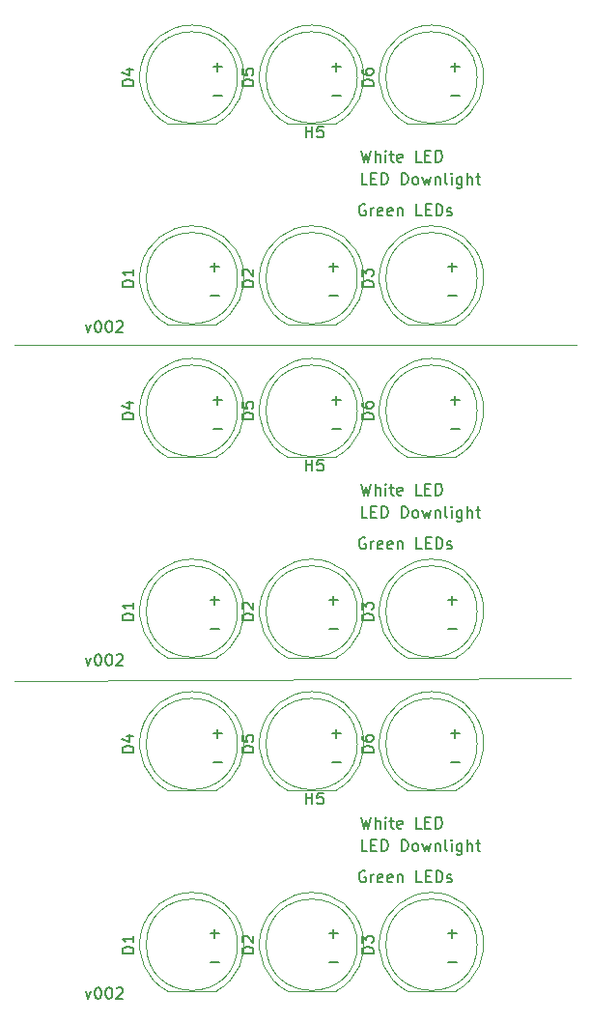
<source format=gbr>
G04 #@! TF.GenerationSoftware,KiCad,Pcbnew,(5.1.5-0-10_14)*
G04 #@! TF.CreationDate,2020-07-20T14:45:55+10:00*
G04 #@! TF.ProjectId,LED_Down_Multi,4c45445f-446f-4776-9e5f-4d756c74692e,rev?*
G04 #@! TF.SameCoordinates,Original*
G04 #@! TF.FileFunction,Legend,Top*
G04 #@! TF.FilePolarity,Positive*
%FSLAX46Y46*%
G04 Gerber Fmt 4.6, Leading zero omitted, Abs format (unit mm)*
G04 Created by KiCad (PCBNEW (5.1.5-0-10_14)) date 2020-07-20 14:45:55*
%MOMM*%
%LPD*%
G04 APERTURE LIST*
%ADD10C,0.120000*%
%ADD11C,0.150000*%
G04 APERTURE END LIST*
D10*
X216408000Y-103378000D02*
X167640000Y-103632000D01*
X216916000Y-74168000D02*
X167640000Y-74168000D01*
D11*
X198557142Y-118562380D02*
X198080952Y-118562380D01*
X198080952Y-117562380D01*
X198890476Y-118038571D02*
X199223809Y-118038571D01*
X199366666Y-118562380D02*
X198890476Y-118562380D01*
X198890476Y-117562380D01*
X199366666Y-117562380D01*
X199795238Y-118562380D02*
X199795238Y-117562380D01*
X200033333Y-117562380D01*
X200176190Y-117610000D01*
X200271428Y-117705238D01*
X200319047Y-117800476D01*
X200366666Y-117990952D01*
X200366666Y-118133809D01*
X200319047Y-118324285D01*
X200271428Y-118419523D01*
X200176190Y-118514761D01*
X200033333Y-118562380D01*
X199795238Y-118562380D01*
X201557142Y-118562380D02*
X201557142Y-117562380D01*
X201795238Y-117562380D01*
X201938095Y-117610000D01*
X202033333Y-117705238D01*
X202080952Y-117800476D01*
X202128571Y-117990952D01*
X202128571Y-118133809D01*
X202080952Y-118324285D01*
X202033333Y-118419523D01*
X201938095Y-118514761D01*
X201795238Y-118562380D01*
X201557142Y-118562380D01*
X202700000Y-118562380D02*
X202604761Y-118514761D01*
X202557142Y-118467142D01*
X202509523Y-118371904D01*
X202509523Y-118086190D01*
X202557142Y-117990952D01*
X202604761Y-117943333D01*
X202700000Y-117895714D01*
X202842857Y-117895714D01*
X202938095Y-117943333D01*
X202985714Y-117990952D01*
X203033333Y-118086190D01*
X203033333Y-118371904D01*
X202985714Y-118467142D01*
X202938095Y-118514761D01*
X202842857Y-118562380D01*
X202700000Y-118562380D01*
X203366666Y-117895714D02*
X203557142Y-118562380D01*
X203747619Y-118086190D01*
X203938095Y-118562380D01*
X204128571Y-117895714D01*
X204509523Y-117895714D02*
X204509523Y-118562380D01*
X204509523Y-117990952D02*
X204557142Y-117943333D01*
X204652380Y-117895714D01*
X204795238Y-117895714D01*
X204890476Y-117943333D01*
X204938095Y-118038571D01*
X204938095Y-118562380D01*
X205557142Y-118562380D02*
X205461904Y-118514761D01*
X205414285Y-118419523D01*
X205414285Y-117562380D01*
X205938095Y-118562380D02*
X205938095Y-117895714D01*
X205938095Y-117562380D02*
X205890476Y-117610000D01*
X205938095Y-117657619D01*
X205985714Y-117610000D01*
X205938095Y-117562380D01*
X205938095Y-117657619D01*
X206842857Y-117895714D02*
X206842857Y-118705238D01*
X206795238Y-118800476D01*
X206747619Y-118848095D01*
X206652380Y-118895714D01*
X206509523Y-118895714D01*
X206414285Y-118848095D01*
X206842857Y-118514761D02*
X206747619Y-118562380D01*
X206557142Y-118562380D01*
X206461904Y-118514761D01*
X206414285Y-118467142D01*
X206366666Y-118371904D01*
X206366666Y-118086190D01*
X206414285Y-117990952D01*
X206461904Y-117943333D01*
X206557142Y-117895714D01*
X206747619Y-117895714D01*
X206842857Y-117943333D01*
X207319047Y-118562380D02*
X207319047Y-117562380D01*
X207747619Y-118562380D02*
X207747619Y-118038571D01*
X207700000Y-117943333D01*
X207604761Y-117895714D01*
X207461904Y-117895714D01*
X207366666Y-117943333D01*
X207319047Y-117990952D01*
X208080952Y-117895714D02*
X208461904Y-117895714D01*
X208223809Y-117562380D02*
X208223809Y-118419523D01*
X208271428Y-118514761D01*
X208366666Y-118562380D01*
X208461904Y-118562380D01*
X205867047Y-110815428D02*
X206628952Y-110815428D01*
X205867047Y-108275428D02*
X206628952Y-108275428D01*
X206248000Y-108656380D02*
X206248000Y-107894476D01*
X184785047Y-128341428D02*
X185546952Y-128341428D01*
X195199047Y-128341428D02*
X195960952Y-128341428D01*
X184785047Y-125801428D02*
X185546952Y-125801428D01*
X185166000Y-126182380D02*
X185166000Y-125420476D01*
X195199047Y-125801428D02*
X195960952Y-125801428D01*
X195580000Y-126182380D02*
X195580000Y-125420476D01*
X195453047Y-110815428D02*
X196214952Y-110815428D01*
X185039047Y-108275428D02*
X185800952Y-108275428D01*
X185420000Y-108656380D02*
X185420000Y-107894476D01*
X173847333Y-130849714D02*
X174085428Y-131516380D01*
X174323523Y-130849714D01*
X174894952Y-130516380D02*
X174990190Y-130516380D01*
X175085428Y-130564000D01*
X175133047Y-130611619D01*
X175180666Y-130706857D01*
X175228285Y-130897333D01*
X175228285Y-131135428D01*
X175180666Y-131325904D01*
X175133047Y-131421142D01*
X175085428Y-131468761D01*
X174990190Y-131516380D01*
X174894952Y-131516380D01*
X174799714Y-131468761D01*
X174752095Y-131421142D01*
X174704476Y-131325904D01*
X174656857Y-131135428D01*
X174656857Y-130897333D01*
X174704476Y-130706857D01*
X174752095Y-130611619D01*
X174799714Y-130564000D01*
X174894952Y-130516380D01*
X175847333Y-130516380D02*
X175942571Y-130516380D01*
X176037809Y-130564000D01*
X176085428Y-130611619D01*
X176133047Y-130706857D01*
X176180666Y-130897333D01*
X176180666Y-131135428D01*
X176133047Y-131325904D01*
X176085428Y-131421142D01*
X176037809Y-131468761D01*
X175942571Y-131516380D01*
X175847333Y-131516380D01*
X175752095Y-131468761D01*
X175704476Y-131421142D01*
X175656857Y-131325904D01*
X175609238Y-131135428D01*
X175609238Y-130897333D01*
X175656857Y-130706857D01*
X175704476Y-130611619D01*
X175752095Y-130564000D01*
X175847333Y-130516380D01*
X176561619Y-130611619D02*
X176609238Y-130564000D01*
X176704476Y-130516380D01*
X176942571Y-130516380D01*
X177037809Y-130564000D01*
X177085428Y-130611619D01*
X177133047Y-130706857D01*
X177133047Y-130802095D01*
X177085428Y-130944952D01*
X176514000Y-131516380D01*
X177133047Y-131516380D01*
X195453047Y-108275428D02*
X196214952Y-108275428D01*
X195834000Y-108656380D02*
X195834000Y-107894476D01*
X198390000Y-120350000D02*
X198294761Y-120302380D01*
X198151904Y-120302380D01*
X198009047Y-120350000D01*
X197913809Y-120445238D01*
X197866190Y-120540476D01*
X197818571Y-120730952D01*
X197818571Y-120873809D01*
X197866190Y-121064285D01*
X197913809Y-121159523D01*
X198009047Y-121254761D01*
X198151904Y-121302380D01*
X198247142Y-121302380D01*
X198390000Y-121254761D01*
X198437619Y-121207142D01*
X198437619Y-120873809D01*
X198247142Y-120873809D01*
X198866190Y-121302380D02*
X198866190Y-120635714D01*
X198866190Y-120826190D02*
X198913809Y-120730952D01*
X198961428Y-120683333D01*
X199056666Y-120635714D01*
X199151904Y-120635714D01*
X199866190Y-121254761D02*
X199770952Y-121302380D01*
X199580476Y-121302380D01*
X199485238Y-121254761D01*
X199437619Y-121159523D01*
X199437619Y-120778571D01*
X199485238Y-120683333D01*
X199580476Y-120635714D01*
X199770952Y-120635714D01*
X199866190Y-120683333D01*
X199913809Y-120778571D01*
X199913809Y-120873809D01*
X199437619Y-120969047D01*
X200723333Y-121254761D02*
X200628095Y-121302380D01*
X200437619Y-121302380D01*
X200342380Y-121254761D01*
X200294761Y-121159523D01*
X200294761Y-120778571D01*
X200342380Y-120683333D01*
X200437619Y-120635714D01*
X200628095Y-120635714D01*
X200723333Y-120683333D01*
X200770952Y-120778571D01*
X200770952Y-120873809D01*
X200294761Y-120969047D01*
X201199523Y-120635714D02*
X201199523Y-121302380D01*
X201199523Y-120730952D02*
X201247142Y-120683333D01*
X201342380Y-120635714D01*
X201485238Y-120635714D01*
X201580476Y-120683333D01*
X201628095Y-120778571D01*
X201628095Y-121302380D01*
X203342380Y-121302380D02*
X202866190Y-121302380D01*
X202866190Y-120302380D01*
X203675714Y-120778571D02*
X204009047Y-120778571D01*
X204151904Y-121302380D02*
X203675714Y-121302380D01*
X203675714Y-120302380D01*
X204151904Y-120302380D01*
X204580476Y-121302380D02*
X204580476Y-120302380D01*
X204818571Y-120302380D01*
X204961428Y-120350000D01*
X205056666Y-120445238D01*
X205104285Y-120540476D01*
X205151904Y-120730952D01*
X205151904Y-120873809D01*
X205104285Y-121064285D01*
X205056666Y-121159523D01*
X204961428Y-121254761D01*
X204818571Y-121302380D01*
X204580476Y-121302380D01*
X205532857Y-121254761D02*
X205628095Y-121302380D01*
X205818571Y-121302380D01*
X205913809Y-121254761D01*
X205961428Y-121159523D01*
X205961428Y-121111904D01*
X205913809Y-121016666D01*
X205818571Y-120969047D01*
X205675714Y-120969047D01*
X205580476Y-120921428D01*
X205532857Y-120826190D01*
X205532857Y-120778571D01*
X205580476Y-120683333D01*
X205675714Y-120635714D01*
X205818571Y-120635714D01*
X205913809Y-120683333D01*
X185039047Y-110815428D02*
X185800952Y-110815428D01*
X198018571Y-115592380D02*
X198256666Y-116592380D01*
X198447142Y-115878095D01*
X198637619Y-116592380D01*
X198875714Y-115592380D01*
X199256666Y-116592380D02*
X199256666Y-115592380D01*
X199685238Y-116592380D02*
X199685238Y-116068571D01*
X199637619Y-115973333D01*
X199542380Y-115925714D01*
X199399523Y-115925714D01*
X199304285Y-115973333D01*
X199256666Y-116020952D01*
X200161428Y-116592380D02*
X200161428Y-115925714D01*
X200161428Y-115592380D02*
X200113809Y-115640000D01*
X200161428Y-115687619D01*
X200209047Y-115640000D01*
X200161428Y-115592380D01*
X200161428Y-115687619D01*
X200494761Y-115925714D02*
X200875714Y-115925714D01*
X200637619Y-115592380D02*
X200637619Y-116449523D01*
X200685238Y-116544761D01*
X200780476Y-116592380D01*
X200875714Y-116592380D01*
X201590000Y-116544761D02*
X201494761Y-116592380D01*
X201304285Y-116592380D01*
X201209047Y-116544761D01*
X201161428Y-116449523D01*
X201161428Y-116068571D01*
X201209047Y-115973333D01*
X201304285Y-115925714D01*
X201494761Y-115925714D01*
X201590000Y-115973333D01*
X201637619Y-116068571D01*
X201637619Y-116163809D01*
X201161428Y-116259047D01*
X203304285Y-116592380D02*
X202828095Y-116592380D01*
X202828095Y-115592380D01*
X203637619Y-116068571D02*
X203970952Y-116068571D01*
X204113809Y-116592380D02*
X203637619Y-116592380D01*
X203637619Y-115592380D01*
X204113809Y-115592380D01*
X204542380Y-116592380D02*
X204542380Y-115592380D01*
X204780476Y-115592380D01*
X204923333Y-115640000D01*
X205018571Y-115735238D01*
X205066190Y-115830476D01*
X205113809Y-116020952D01*
X205113809Y-116163809D01*
X205066190Y-116354285D01*
X205018571Y-116449523D01*
X204923333Y-116544761D01*
X204780476Y-116592380D01*
X204542380Y-116592380D01*
X205613047Y-128341428D02*
X206374952Y-128341428D01*
X205613047Y-125801428D02*
X206374952Y-125801428D01*
X205994000Y-126182380D02*
X205994000Y-125420476D01*
X198018571Y-86382380D02*
X198256666Y-87382380D01*
X198447142Y-86668095D01*
X198637619Y-87382380D01*
X198875714Y-86382380D01*
X199256666Y-87382380D02*
X199256666Y-86382380D01*
X199685238Y-87382380D02*
X199685238Y-86858571D01*
X199637619Y-86763333D01*
X199542380Y-86715714D01*
X199399523Y-86715714D01*
X199304285Y-86763333D01*
X199256666Y-86810952D01*
X200161428Y-87382380D02*
X200161428Y-86715714D01*
X200161428Y-86382380D02*
X200113809Y-86430000D01*
X200161428Y-86477619D01*
X200209047Y-86430000D01*
X200161428Y-86382380D01*
X200161428Y-86477619D01*
X200494761Y-86715714D02*
X200875714Y-86715714D01*
X200637619Y-86382380D02*
X200637619Y-87239523D01*
X200685238Y-87334761D01*
X200780476Y-87382380D01*
X200875714Y-87382380D01*
X201590000Y-87334761D02*
X201494761Y-87382380D01*
X201304285Y-87382380D01*
X201209047Y-87334761D01*
X201161428Y-87239523D01*
X201161428Y-86858571D01*
X201209047Y-86763333D01*
X201304285Y-86715714D01*
X201494761Y-86715714D01*
X201590000Y-86763333D01*
X201637619Y-86858571D01*
X201637619Y-86953809D01*
X201161428Y-87049047D01*
X203304285Y-87382380D02*
X202828095Y-87382380D01*
X202828095Y-86382380D01*
X203637619Y-86858571D02*
X203970952Y-86858571D01*
X204113809Y-87382380D02*
X203637619Y-87382380D01*
X203637619Y-86382380D01*
X204113809Y-86382380D01*
X204542380Y-87382380D02*
X204542380Y-86382380D01*
X204780476Y-86382380D01*
X204923333Y-86430000D01*
X205018571Y-86525238D01*
X205066190Y-86620476D01*
X205113809Y-86810952D01*
X205113809Y-86953809D01*
X205066190Y-87144285D01*
X205018571Y-87239523D01*
X204923333Y-87334761D01*
X204780476Y-87382380D01*
X204542380Y-87382380D01*
X198390000Y-91140000D02*
X198294761Y-91092380D01*
X198151904Y-91092380D01*
X198009047Y-91140000D01*
X197913809Y-91235238D01*
X197866190Y-91330476D01*
X197818571Y-91520952D01*
X197818571Y-91663809D01*
X197866190Y-91854285D01*
X197913809Y-91949523D01*
X198009047Y-92044761D01*
X198151904Y-92092380D01*
X198247142Y-92092380D01*
X198390000Y-92044761D01*
X198437619Y-91997142D01*
X198437619Y-91663809D01*
X198247142Y-91663809D01*
X198866190Y-92092380D02*
X198866190Y-91425714D01*
X198866190Y-91616190D02*
X198913809Y-91520952D01*
X198961428Y-91473333D01*
X199056666Y-91425714D01*
X199151904Y-91425714D01*
X199866190Y-92044761D02*
X199770952Y-92092380D01*
X199580476Y-92092380D01*
X199485238Y-92044761D01*
X199437619Y-91949523D01*
X199437619Y-91568571D01*
X199485238Y-91473333D01*
X199580476Y-91425714D01*
X199770952Y-91425714D01*
X199866190Y-91473333D01*
X199913809Y-91568571D01*
X199913809Y-91663809D01*
X199437619Y-91759047D01*
X200723333Y-92044761D02*
X200628095Y-92092380D01*
X200437619Y-92092380D01*
X200342380Y-92044761D01*
X200294761Y-91949523D01*
X200294761Y-91568571D01*
X200342380Y-91473333D01*
X200437619Y-91425714D01*
X200628095Y-91425714D01*
X200723333Y-91473333D01*
X200770952Y-91568571D01*
X200770952Y-91663809D01*
X200294761Y-91759047D01*
X201199523Y-91425714D02*
X201199523Y-92092380D01*
X201199523Y-91520952D02*
X201247142Y-91473333D01*
X201342380Y-91425714D01*
X201485238Y-91425714D01*
X201580476Y-91473333D01*
X201628095Y-91568571D01*
X201628095Y-92092380D01*
X203342380Y-92092380D02*
X202866190Y-92092380D01*
X202866190Y-91092380D01*
X203675714Y-91568571D02*
X204009047Y-91568571D01*
X204151904Y-92092380D02*
X203675714Y-92092380D01*
X203675714Y-91092380D01*
X204151904Y-91092380D01*
X204580476Y-92092380D02*
X204580476Y-91092380D01*
X204818571Y-91092380D01*
X204961428Y-91140000D01*
X205056666Y-91235238D01*
X205104285Y-91330476D01*
X205151904Y-91520952D01*
X205151904Y-91663809D01*
X205104285Y-91854285D01*
X205056666Y-91949523D01*
X204961428Y-92044761D01*
X204818571Y-92092380D01*
X204580476Y-92092380D01*
X205532857Y-92044761D02*
X205628095Y-92092380D01*
X205818571Y-92092380D01*
X205913809Y-92044761D01*
X205961428Y-91949523D01*
X205961428Y-91901904D01*
X205913809Y-91806666D01*
X205818571Y-91759047D01*
X205675714Y-91759047D01*
X205580476Y-91711428D01*
X205532857Y-91616190D01*
X205532857Y-91568571D01*
X205580476Y-91473333D01*
X205675714Y-91425714D01*
X205818571Y-91425714D01*
X205913809Y-91473333D01*
X173847333Y-101639714D02*
X174085428Y-102306380D01*
X174323523Y-101639714D01*
X174894952Y-101306380D02*
X174990190Y-101306380D01*
X175085428Y-101354000D01*
X175133047Y-101401619D01*
X175180666Y-101496857D01*
X175228285Y-101687333D01*
X175228285Y-101925428D01*
X175180666Y-102115904D01*
X175133047Y-102211142D01*
X175085428Y-102258761D01*
X174990190Y-102306380D01*
X174894952Y-102306380D01*
X174799714Y-102258761D01*
X174752095Y-102211142D01*
X174704476Y-102115904D01*
X174656857Y-101925428D01*
X174656857Y-101687333D01*
X174704476Y-101496857D01*
X174752095Y-101401619D01*
X174799714Y-101354000D01*
X174894952Y-101306380D01*
X175847333Y-101306380D02*
X175942571Y-101306380D01*
X176037809Y-101354000D01*
X176085428Y-101401619D01*
X176133047Y-101496857D01*
X176180666Y-101687333D01*
X176180666Y-101925428D01*
X176133047Y-102115904D01*
X176085428Y-102211142D01*
X176037809Y-102258761D01*
X175942571Y-102306380D01*
X175847333Y-102306380D01*
X175752095Y-102258761D01*
X175704476Y-102211142D01*
X175656857Y-102115904D01*
X175609238Y-101925428D01*
X175609238Y-101687333D01*
X175656857Y-101496857D01*
X175704476Y-101401619D01*
X175752095Y-101354000D01*
X175847333Y-101306380D01*
X176561619Y-101401619D02*
X176609238Y-101354000D01*
X176704476Y-101306380D01*
X176942571Y-101306380D01*
X177037809Y-101354000D01*
X177085428Y-101401619D01*
X177133047Y-101496857D01*
X177133047Y-101592095D01*
X177085428Y-101734952D01*
X176514000Y-102306380D01*
X177133047Y-102306380D01*
X198557142Y-89352380D02*
X198080952Y-89352380D01*
X198080952Y-88352380D01*
X198890476Y-88828571D02*
X199223809Y-88828571D01*
X199366666Y-89352380D02*
X198890476Y-89352380D01*
X198890476Y-88352380D01*
X199366666Y-88352380D01*
X199795238Y-89352380D02*
X199795238Y-88352380D01*
X200033333Y-88352380D01*
X200176190Y-88400000D01*
X200271428Y-88495238D01*
X200319047Y-88590476D01*
X200366666Y-88780952D01*
X200366666Y-88923809D01*
X200319047Y-89114285D01*
X200271428Y-89209523D01*
X200176190Y-89304761D01*
X200033333Y-89352380D01*
X199795238Y-89352380D01*
X201557142Y-89352380D02*
X201557142Y-88352380D01*
X201795238Y-88352380D01*
X201938095Y-88400000D01*
X202033333Y-88495238D01*
X202080952Y-88590476D01*
X202128571Y-88780952D01*
X202128571Y-88923809D01*
X202080952Y-89114285D01*
X202033333Y-89209523D01*
X201938095Y-89304761D01*
X201795238Y-89352380D01*
X201557142Y-89352380D01*
X202700000Y-89352380D02*
X202604761Y-89304761D01*
X202557142Y-89257142D01*
X202509523Y-89161904D01*
X202509523Y-88876190D01*
X202557142Y-88780952D01*
X202604761Y-88733333D01*
X202700000Y-88685714D01*
X202842857Y-88685714D01*
X202938095Y-88733333D01*
X202985714Y-88780952D01*
X203033333Y-88876190D01*
X203033333Y-89161904D01*
X202985714Y-89257142D01*
X202938095Y-89304761D01*
X202842857Y-89352380D01*
X202700000Y-89352380D01*
X203366666Y-88685714D02*
X203557142Y-89352380D01*
X203747619Y-88876190D01*
X203938095Y-89352380D01*
X204128571Y-88685714D01*
X204509523Y-88685714D02*
X204509523Y-89352380D01*
X204509523Y-88780952D02*
X204557142Y-88733333D01*
X204652380Y-88685714D01*
X204795238Y-88685714D01*
X204890476Y-88733333D01*
X204938095Y-88828571D01*
X204938095Y-89352380D01*
X205557142Y-89352380D02*
X205461904Y-89304761D01*
X205414285Y-89209523D01*
X205414285Y-88352380D01*
X205938095Y-89352380D02*
X205938095Y-88685714D01*
X205938095Y-88352380D02*
X205890476Y-88400000D01*
X205938095Y-88447619D01*
X205985714Y-88400000D01*
X205938095Y-88352380D01*
X205938095Y-88447619D01*
X206842857Y-88685714D02*
X206842857Y-89495238D01*
X206795238Y-89590476D01*
X206747619Y-89638095D01*
X206652380Y-89685714D01*
X206509523Y-89685714D01*
X206414285Y-89638095D01*
X206842857Y-89304761D02*
X206747619Y-89352380D01*
X206557142Y-89352380D01*
X206461904Y-89304761D01*
X206414285Y-89257142D01*
X206366666Y-89161904D01*
X206366666Y-88876190D01*
X206414285Y-88780952D01*
X206461904Y-88733333D01*
X206557142Y-88685714D01*
X206747619Y-88685714D01*
X206842857Y-88733333D01*
X207319047Y-89352380D02*
X207319047Y-88352380D01*
X207747619Y-89352380D02*
X207747619Y-88828571D01*
X207700000Y-88733333D01*
X207604761Y-88685714D01*
X207461904Y-88685714D01*
X207366666Y-88733333D01*
X207319047Y-88780952D01*
X208080952Y-88685714D02*
X208461904Y-88685714D01*
X208223809Y-88352380D02*
X208223809Y-89209523D01*
X208271428Y-89304761D01*
X208366666Y-89352380D01*
X208461904Y-89352380D01*
X205867047Y-79065428D02*
X206628952Y-79065428D01*
X206248000Y-79446380D02*
X206248000Y-78684476D01*
X205867047Y-81605428D02*
X206628952Y-81605428D01*
X195453047Y-81605428D02*
X196214952Y-81605428D01*
X195453047Y-79065428D02*
X196214952Y-79065428D01*
X195834000Y-79446380D02*
X195834000Y-78684476D01*
X185039047Y-81605428D02*
X185800952Y-81605428D01*
X185039047Y-79065428D02*
X185800952Y-79065428D01*
X185420000Y-79446380D02*
X185420000Y-78684476D01*
X184785047Y-96591428D02*
X185546952Y-96591428D01*
X185166000Y-96972380D02*
X185166000Y-96210476D01*
X184785047Y-99131428D02*
X185546952Y-99131428D01*
X195199047Y-99131428D02*
X195960952Y-99131428D01*
X195199047Y-96591428D02*
X195960952Y-96591428D01*
X195580000Y-96972380D02*
X195580000Y-96210476D01*
X205613047Y-96591428D02*
X206374952Y-96591428D01*
X205994000Y-96972380D02*
X205994000Y-96210476D01*
X205613047Y-99131428D02*
X206374952Y-99131428D01*
X205613047Y-69921428D02*
X206374952Y-69921428D01*
X205613047Y-67381428D02*
X206374952Y-67381428D01*
X205994000Y-67762380D02*
X205994000Y-67000476D01*
X195199047Y-67381428D02*
X195960952Y-67381428D01*
X195580000Y-67762380D02*
X195580000Y-67000476D01*
X195199047Y-69921428D02*
X195960952Y-69921428D01*
X184785047Y-69921428D02*
X185546952Y-69921428D01*
X184785047Y-67381428D02*
X185546952Y-67381428D01*
X185166000Y-67762380D02*
X185166000Y-67000476D01*
X185039047Y-49855428D02*
X185800952Y-49855428D01*
X185420000Y-50236380D02*
X185420000Y-49474476D01*
X185039047Y-52395428D02*
X185800952Y-52395428D01*
X195453047Y-49855428D02*
X196214952Y-49855428D01*
X195834000Y-50236380D02*
X195834000Y-49474476D01*
X195453047Y-52395428D02*
X196214952Y-52395428D01*
X205867047Y-52395428D02*
X206628952Y-52395428D01*
X205867047Y-49855428D02*
X206628952Y-49855428D01*
X206248000Y-50236380D02*
X206248000Y-49474476D01*
X198557142Y-60142380D02*
X198080952Y-60142380D01*
X198080952Y-59142380D01*
X198890476Y-59618571D02*
X199223809Y-59618571D01*
X199366666Y-60142380D02*
X198890476Y-60142380D01*
X198890476Y-59142380D01*
X199366666Y-59142380D01*
X199795238Y-60142380D02*
X199795238Y-59142380D01*
X200033333Y-59142380D01*
X200176190Y-59190000D01*
X200271428Y-59285238D01*
X200319047Y-59380476D01*
X200366666Y-59570952D01*
X200366666Y-59713809D01*
X200319047Y-59904285D01*
X200271428Y-59999523D01*
X200176190Y-60094761D01*
X200033333Y-60142380D01*
X199795238Y-60142380D01*
X201557142Y-60142380D02*
X201557142Y-59142380D01*
X201795238Y-59142380D01*
X201938095Y-59190000D01*
X202033333Y-59285238D01*
X202080952Y-59380476D01*
X202128571Y-59570952D01*
X202128571Y-59713809D01*
X202080952Y-59904285D01*
X202033333Y-59999523D01*
X201938095Y-60094761D01*
X201795238Y-60142380D01*
X201557142Y-60142380D01*
X202700000Y-60142380D02*
X202604761Y-60094761D01*
X202557142Y-60047142D01*
X202509523Y-59951904D01*
X202509523Y-59666190D01*
X202557142Y-59570952D01*
X202604761Y-59523333D01*
X202700000Y-59475714D01*
X202842857Y-59475714D01*
X202938095Y-59523333D01*
X202985714Y-59570952D01*
X203033333Y-59666190D01*
X203033333Y-59951904D01*
X202985714Y-60047142D01*
X202938095Y-60094761D01*
X202842857Y-60142380D01*
X202700000Y-60142380D01*
X203366666Y-59475714D02*
X203557142Y-60142380D01*
X203747619Y-59666190D01*
X203938095Y-60142380D01*
X204128571Y-59475714D01*
X204509523Y-59475714D02*
X204509523Y-60142380D01*
X204509523Y-59570952D02*
X204557142Y-59523333D01*
X204652380Y-59475714D01*
X204795238Y-59475714D01*
X204890476Y-59523333D01*
X204938095Y-59618571D01*
X204938095Y-60142380D01*
X205557142Y-60142380D02*
X205461904Y-60094761D01*
X205414285Y-59999523D01*
X205414285Y-59142380D01*
X205938095Y-60142380D02*
X205938095Y-59475714D01*
X205938095Y-59142380D02*
X205890476Y-59190000D01*
X205938095Y-59237619D01*
X205985714Y-59190000D01*
X205938095Y-59142380D01*
X205938095Y-59237619D01*
X206842857Y-59475714D02*
X206842857Y-60285238D01*
X206795238Y-60380476D01*
X206747619Y-60428095D01*
X206652380Y-60475714D01*
X206509523Y-60475714D01*
X206414285Y-60428095D01*
X206842857Y-60094761D02*
X206747619Y-60142380D01*
X206557142Y-60142380D01*
X206461904Y-60094761D01*
X206414285Y-60047142D01*
X206366666Y-59951904D01*
X206366666Y-59666190D01*
X206414285Y-59570952D01*
X206461904Y-59523333D01*
X206557142Y-59475714D01*
X206747619Y-59475714D01*
X206842857Y-59523333D01*
X207319047Y-60142380D02*
X207319047Y-59142380D01*
X207747619Y-60142380D02*
X207747619Y-59618571D01*
X207700000Y-59523333D01*
X207604761Y-59475714D01*
X207461904Y-59475714D01*
X207366666Y-59523333D01*
X207319047Y-59570952D01*
X208080952Y-59475714D02*
X208461904Y-59475714D01*
X208223809Y-59142380D02*
X208223809Y-59999523D01*
X208271428Y-60094761D01*
X208366666Y-60142380D01*
X208461904Y-60142380D01*
X173847333Y-72429714D02*
X174085428Y-73096380D01*
X174323523Y-72429714D01*
X174894952Y-72096380D02*
X174990190Y-72096380D01*
X175085428Y-72144000D01*
X175133047Y-72191619D01*
X175180666Y-72286857D01*
X175228285Y-72477333D01*
X175228285Y-72715428D01*
X175180666Y-72905904D01*
X175133047Y-73001142D01*
X175085428Y-73048761D01*
X174990190Y-73096380D01*
X174894952Y-73096380D01*
X174799714Y-73048761D01*
X174752095Y-73001142D01*
X174704476Y-72905904D01*
X174656857Y-72715428D01*
X174656857Y-72477333D01*
X174704476Y-72286857D01*
X174752095Y-72191619D01*
X174799714Y-72144000D01*
X174894952Y-72096380D01*
X175847333Y-72096380D02*
X175942571Y-72096380D01*
X176037809Y-72144000D01*
X176085428Y-72191619D01*
X176133047Y-72286857D01*
X176180666Y-72477333D01*
X176180666Y-72715428D01*
X176133047Y-72905904D01*
X176085428Y-73001142D01*
X176037809Y-73048761D01*
X175942571Y-73096380D01*
X175847333Y-73096380D01*
X175752095Y-73048761D01*
X175704476Y-73001142D01*
X175656857Y-72905904D01*
X175609238Y-72715428D01*
X175609238Y-72477333D01*
X175656857Y-72286857D01*
X175704476Y-72191619D01*
X175752095Y-72144000D01*
X175847333Y-72096380D01*
X176561619Y-72191619D02*
X176609238Y-72144000D01*
X176704476Y-72096380D01*
X176942571Y-72096380D01*
X177037809Y-72144000D01*
X177085428Y-72191619D01*
X177133047Y-72286857D01*
X177133047Y-72382095D01*
X177085428Y-72524952D01*
X176514000Y-73096380D01*
X177133047Y-73096380D01*
X198390000Y-61930000D02*
X198294761Y-61882380D01*
X198151904Y-61882380D01*
X198009047Y-61930000D01*
X197913809Y-62025238D01*
X197866190Y-62120476D01*
X197818571Y-62310952D01*
X197818571Y-62453809D01*
X197866190Y-62644285D01*
X197913809Y-62739523D01*
X198009047Y-62834761D01*
X198151904Y-62882380D01*
X198247142Y-62882380D01*
X198390000Y-62834761D01*
X198437619Y-62787142D01*
X198437619Y-62453809D01*
X198247142Y-62453809D01*
X198866190Y-62882380D02*
X198866190Y-62215714D01*
X198866190Y-62406190D02*
X198913809Y-62310952D01*
X198961428Y-62263333D01*
X199056666Y-62215714D01*
X199151904Y-62215714D01*
X199866190Y-62834761D02*
X199770952Y-62882380D01*
X199580476Y-62882380D01*
X199485238Y-62834761D01*
X199437619Y-62739523D01*
X199437619Y-62358571D01*
X199485238Y-62263333D01*
X199580476Y-62215714D01*
X199770952Y-62215714D01*
X199866190Y-62263333D01*
X199913809Y-62358571D01*
X199913809Y-62453809D01*
X199437619Y-62549047D01*
X200723333Y-62834761D02*
X200628095Y-62882380D01*
X200437619Y-62882380D01*
X200342380Y-62834761D01*
X200294761Y-62739523D01*
X200294761Y-62358571D01*
X200342380Y-62263333D01*
X200437619Y-62215714D01*
X200628095Y-62215714D01*
X200723333Y-62263333D01*
X200770952Y-62358571D01*
X200770952Y-62453809D01*
X200294761Y-62549047D01*
X201199523Y-62215714D02*
X201199523Y-62882380D01*
X201199523Y-62310952D02*
X201247142Y-62263333D01*
X201342380Y-62215714D01*
X201485238Y-62215714D01*
X201580476Y-62263333D01*
X201628095Y-62358571D01*
X201628095Y-62882380D01*
X203342380Y-62882380D02*
X202866190Y-62882380D01*
X202866190Y-61882380D01*
X203675714Y-62358571D02*
X204009047Y-62358571D01*
X204151904Y-62882380D02*
X203675714Y-62882380D01*
X203675714Y-61882380D01*
X204151904Y-61882380D01*
X204580476Y-62882380D02*
X204580476Y-61882380D01*
X204818571Y-61882380D01*
X204961428Y-61930000D01*
X205056666Y-62025238D01*
X205104285Y-62120476D01*
X205151904Y-62310952D01*
X205151904Y-62453809D01*
X205104285Y-62644285D01*
X205056666Y-62739523D01*
X204961428Y-62834761D01*
X204818571Y-62882380D01*
X204580476Y-62882380D01*
X205532857Y-62834761D02*
X205628095Y-62882380D01*
X205818571Y-62882380D01*
X205913809Y-62834761D01*
X205961428Y-62739523D01*
X205961428Y-62691904D01*
X205913809Y-62596666D01*
X205818571Y-62549047D01*
X205675714Y-62549047D01*
X205580476Y-62501428D01*
X205532857Y-62406190D01*
X205532857Y-62358571D01*
X205580476Y-62263333D01*
X205675714Y-62215714D01*
X205818571Y-62215714D01*
X205913809Y-62263333D01*
X198018571Y-57172380D02*
X198256666Y-58172380D01*
X198447142Y-57458095D01*
X198637619Y-58172380D01*
X198875714Y-57172380D01*
X199256666Y-58172380D02*
X199256666Y-57172380D01*
X199685238Y-58172380D02*
X199685238Y-57648571D01*
X199637619Y-57553333D01*
X199542380Y-57505714D01*
X199399523Y-57505714D01*
X199304285Y-57553333D01*
X199256666Y-57600952D01*
X200161428Y-58172380D02*
X200161428Y-57505714D01*
X200161428Y-57172380D02*
X200113809Y-57220000D01*
X200161428Y-57267619D01*
X200209047Y-57220000D01*
X200161428Y-57172380D01*
X200161428Y-57267619D01*
X200494761Y-57505714D02*
X200875714Y-57505714D01*
X200637619Y-57172380D02*
X200637619Y-58029523D01*
X200685238Y-58124761D01*
X200780476Y-58172380D01*
X200875714Y-58172380D01*
X201590000Y-58124761D02*
X201494761Y-58172380D01*
X201304285Y-58172380D01*
X201209047Y-58124761D01*
X201161428Y-58029523D01*
X201161428Y-57648571D01*
X201209047Y-57553333D01*
X201304285Y-57505714D01*
X201494761Y-57505714D01*
X201590000Y-57553333D01*
X201637619Y-57648571D01*
X201637619Y-57743809D01*
X201161428Y-57839047D01*
X203304285Y-58172380D02*
X202828095Y-58172380D01*
X202828095Y-57172380D01*
X203637619Y-57648571D02*
X203970952Y-57648571D01*
X204113809Y-58172380D02*
X203637619Y-58172380D01*
X203637619Y-57172380D01*
X204113809Y-57172380D01*
X204542380Y-58172380D02*
X204542380Y-57172380D01*
X204780476Y-57172380D01*
X204923333Y-57220000D01*
X205018571Y-57315238D01*
X205066190Y-57410476D01*
X205113809Y-57600952D01*
X205113809Y-57743809D01*
X205066190Y-57934285D01*
X205018571Y-58029523D01*
X204923333Y-58124761D01*
X204780476Y-58172380D01*
X204542380Y-58172380D01*
D10*
X181028000Y-113246000D02*
X185312000Y-113246000D01*
X187170000Y-109186000D02*
G75*
G03X187170000Y-109186000I-4000000J0D01*
G01*
X183169514Y-104596000D02*
G75*
G02X185311145Y-113246000I486J-4590000D01*
G01*
X183170486Y-104596000D02*
G75*
G03X181028855Y-113246000I-486J-4590000D01*
G01*
X191533000Y-113246000D02*
X195817000Y-113246000D01*
X197675000Y-109186000D02*
G75*
G03X197675000Y-109186000I-4000000J0D01*
G01*
X193674514Y-104596000D02*
G75*
G02X195816145Y-113246000I486J-4590000D01*
G01*
X193675486Y-104596000D02*
G75*
G03X191533855Y-113246000I-486J-4590000D01*
G01*
X181028000Y-130846000D02*
X185312000Y-130846000D01*
X187170000Y-126786000D02*
G75*
G03X187170000Y-126786000I-4000000J0D01*
G01*
X183169514Y-122196000D02*
G75*
G02X185311145Y-130846000I486J-4590000D01*
G01*
X183170486Y-122196000D02*
G75*
G03X181028855Y-130846000I-486J-4590000D01*
G01*
X191533000Y-130846000D02*
X195817000Y-130846000D01*
X197675000Y-126786000D02*
G75*
G03X197675000Y-126786000I-4000000J0D01*
G01*
X193674514Y-122196000D02*
G75*
G02X195816145Y-130846000I486J-4590000D01*
G01*
X193675486Y-122196000D02*
G75*
G03X191533855Y-130846000I-486J-4590000D01*
G01*
X202038000Y-130846000D02*
X206322000Y-130846000D01*
X208180000Y-126786000D02*
G75*
G03X208180000Y-126786000I-4000000J0D01*
G01*
X204179514Y-122196000D02*
G75*
G02X206321145Y-130846000I486J-4590000D01*
G01*
X204180486Y-122196000D02*
G75*
G03X202038855Y-130846000I-486J-4590000D01*
G01*
X202038000Y-113246000D02*
X206322000Y-113246000D01*
X208180000Y-109186000D02*
G75*
G03X208180000Y-109186000I-4000000J0D01*
G01*
X204179514Y-104596000D02*
G75*
G02X206321145Y-113246000I486J-4590000D01*
G01*
X204180486Y-104596000D02*
G75*
G03X202038855Y-113246000I-486J-4590000D01*
G01*
X183170486Y-92986000D02*
G75*
G03X181028855Y-101636000I-486J-4590000D01*
G01*
X183169514Y-92986000D02*
G75*
G02X185311145Y-101636000I486J-4590000D01*
G01*
X187170000Y-97576000D02*
G75*
G03X187170000Y-97576000I-4000000J0D01*
G01*
X181028000Y-101636000D02*
X185312000Y-101636000D01*
X193675486Y-92986000D02*
G75*
G03X191533855Y-101636000I-486J-4590000D01*
G01*
X193674514Y-92986000D02*
G75*
G02X195816145Y-101636000I486J-4590000D01*
G01*
X197675000Y-97576000D02*
G75*
G03X197675000Y-97576000I-4000000J0D01*
G01*
X191533000Y-101636000D02*
X195817000Y-101636000D01*
X204180486Y-92986000D02*
G75*
G03X202038855Y-101636000I-486J-4590000D01*
G01*
X204179514Y-92986000D02*
G75*
G02X206321145Y-101636000I486J-4590000D01*
G01*
X208180000Y-97576000D02*
G75*
G03X208180000Y-97576000I-4000000J0D01*
G01*
X202038000Y-101636000D02*
X206322000Y-101636000D01*
X183170486Y-75386000D02*
G75*
G03X181028855Y-84036000I-486J-4590000D01*
G01*
X183169514Y-75386000D02*
G75*
G02X185311145Y-84036000I486J-4590000D01*
G01*
X187170000Y-79976000D02*
G75*
G03X187170000Y-79976000I-4000000J0D01*
G01*
X181028000Y-84036000D02*
X185312000Y-84036000D01*
X193675486Y-75386000D02*
G75*
G03X191533855Y-84036000I-486J-4590000D01*
G01*
X193674514Y-75386000D02*
G75*
G02X195816145Y-84036000I486J-4590000D01*
G01*
X197675000Y-79976000D02*
G75*
G03X197675000Y-79976000I-4000000J0D01*
G01*
X191533000Y-84036000D02*
X195817000Y-84036000D01*
X204180486Y-75386000D02*
G75*
G03X202038855Y-84036000I-486J-4590000D01*
G01*
X204179514Y-75386000D02*
G75*
G02X206321145Y-84036000I486J-4590000D01*
G01*
X208180000Y-79976000D02*
G75*
G03X208180000Y-79976000I-4000000J0D01*
G01*
X202038000Y-84036000D02*
X206322000Y-84036000D01*
X202038000Y-54826000D02*
X206322000Y-54826000D01*
X208180000Y-50766000D02*
G75*
G03X208180000Y-50766000I-4000000J0D01*
G01*
X204179514Y-46176000D02*
G75*
G02X206321145Y-54826000I486J-4590000D01*
G01*
X204180486Y-46176000D02*
G75*
G03X202038855Y-54826000I-486J-4590000D01*
G01*
X191533000Y-54826000D02*
X195817000Y-54826000D01*
X197675000Y-50766000D02*
G75*
G03X197675000Y-50766000I-4000000J0D01*
G01*
X193674514Y-46176000D02*
G75*
G02X195816145Y-54826000I486J-4590000D01*
G01*
X193675486Y-46176000D02*
G75*
G03X191533855Y-54826000I-486J-4590000D01*
G01*
X181028000Y-54826000D02*
X185312000Y-54826000D01*
X187170000Y-50766000D02*
G75*
G03X187170000Y-50766000I-4000000J0D01*
G01*
X183169514Y-46176000D02*
G75*
G02X185311145Y-54826000I486J-4590000D01*
G01*
X183170486Y-46176000D02*
G75*
G03X181028855Y-54826000I-486J-4590000D01*
G01*
X202038000Y-72426000D02*
X206322000Y-72426000D01*
X208180000Y-68366000D02*
G75*
G03X208180000Y-68366000I-4000000J0D01*
G01*
X204179514Y-63776000D02*
G75*
G02X206321145Y-72426000I486J-4590000D01*
G01*
X204180486Y-63776000D02*
G75*
G03X202038855Y-72426000I-486J-4590000D01*
G01*
X191533000Y-72426000D02*
X195817000Y-72426000D01*
X197675000Y-68366000D02*
G75*
G03X197675000Y-68366000I-4000000J0D01*
G01*
X193674514Y-63776000D02*
G75*
G02X195816145Y-72426000I486J-4590000D01*
G01*
X193675486Y-63776000D02*
G75*
G03X191533855Y-72426000I-486J-4590000D01*
G01*
X181028000Y-72426000D02*
X185312000Y-72426000D01*
X187170000Y-68366000D02*
G75*
G03X187170000Y-68366000I-4000000J0D01*
G01*
X183169514Y-63776000D02*
G75*
G02X185311145Y-72426000I486J-4590000D01*
G01*
X183170486Y-63776000D02*
G75*
G03X181028855Y-72426000I-486J-4590000D01*
G01*
D11*
X178062380Y-109924095D02*
X177062380Y-109924095D01*
X177062380Y-109686000D01*
X177110000Y-109543142D01*
X177205238Y-109447904D01*
X177300476Y-109400285D01*
X177490952Y-109352666D01*
X177633809Y-109352666D01*
X177824285Y-109400285D01*
X177919523Y-109447904D01*
X178014761Y-109543142D01*
X178062380Y-109686000D01*
X178062380Y-109924095D01*
X177395714Y-108495523D02*
X178062380Y-108495523D01*
X177014761Y-108733619D02*
X177729047Y-108971714D01*
X177729047Y-108352666D01*
X188567380Y-109924095D02*
X187567380Y-109924095D01*
X187567380Y-109686000D01*
X187615000Y-109543142D01*
X187710238Y-109447904D01*
X187805476Y-109400285D01*
X187995952Y-109352666D01*
X188138809Y-109352666D01*
X188329285Y-109400285D01*
X188424523Y-109447904D01*
X188519761Y-109543142D01*
X188567380Y-109686000D01*
X188567380Y-109924095D01*
X187567380Y-108447904D02*
X187567380Y-108924095D01*
X188043571Y-108971714D01*
X187995952Y-108924095D01*
X187948333Y-108828857D01*
X187948333Y-108590761D01*
X187995952Y-108495523D01*
X188043571Y-108447904D01*
X188138809Y-108400285D01*
X188376904Y-108400285D01*
X188472142Y-108447904D01*
X188519761Y-108495523D01*
X188567380Y-108590761D01*
X188567380Y-108828857D01*
X188519761Y-108924095D01*
X188472142Y-108971714D01*
X178062380Y-127524095D02*
X177062380Y-127524095D01*
X177062380Y-127286000D01*
X177110000Y-127143142D01*
X177205238Y-127047904D01*
X177300476Y-127000285D01*
X177490952Y-126952666D01*
X177633809Y-126952666D01*
X177824285Y-127000285D01*
X177919523Y-127047904D01*
X178014761Y-127143142D01*
X178062380Y-127286000D01*
X178062380Y-127524095D01*
X178062380Y-126000285D02*
X178062380Y-126571714D01*
X178062380Y-126286000D02*
X177062380Y-126286000D01*
X177205238Y-126381238D01*
X177300476Y-126476476D01*
X177348095Y-126571714D01*
X193148095Y-114452380D02*
X193148095Y-113452380D01*
X193148095Y-113928571D02*
X193719523Y-113928571D01*
X193719523Y-114452380D02*
X193719523Y-113452380D01*
X194671904Y-113452380D02*
X194195714Y-113452380D01*
X194148095Y-113928571D01*
X194195714Y-113880952D01*
X194290952Y-113833333D01*
X194529047Y-113833333D01*
X194624285Y-113880952D01*
X194671904Y-113928571D01*
X194719523Y-114023809D01*
X194719523Y-114261904D01*
X194671904Y-114357142D01*
X194624285Y-114404761D01*
X194529047Y-114452380D01*
X194290952Y-114452380D01*
X194195714Y-114404761D01*
X194148095Y-114357142D01*
X188567380Y-127524095D02*
X187567380Y-127524095D01*
X187567380Y-127286000D01*
X187615000Y-127143142D01*
X187710238Y-127047904D01*
X187805476Y-127000285D01*
X187995952Y-126952666D01*
X188138809Y-126952666D01*
X188329285Y-127000285D01*
X188424523Y-127047904D01*
X188519761Y-127143142D01*
X188567380Y-127286000D01*
X188567380Y-127524095D01*
X187662619Y-126571714D02*
X187615000Y-126524095D01*
X187567380Y-126428857D01*
X187567380Y-126190761D01*
X187615000Y-126095523D01*
X187662619Y-126047904D01*
X187757857Y-126000285D01*
X187853095Y-126000285D01*
X187995952Y-126047904D01*
X188567380Y-126619333D01*
X188567380Y-126000285D01*
X199072380Y-127524095D02*
X198072380Y-127524095D01*
X198072380Y-127286000D01*
X198120000Y-127143142D01*
X198215238Y-127047904D01*
X198310476Y-127000285D01*
X198500952Y-126952666D01*
X198643809Y-126952666D01*
X198834285Y-127000285D01*
X198929523Y-127047904D01*
X199024761Y-127143142D01*
X199072380Y-127286000D01*
X199072380Y-127524095D01*
X198072380Y-126619333D02*
X198072380Y-126000285D01*
X198453333Y-126333619D01*
X198453333Y-126190761D01*
X198500952Y-126095523D01*
X198548571Y-126047904D01*
X198643809Y-126000285D01*
X198881904Y-126000285D01*
X198977142Y-126047904D01*
X199024761Y-126095523D01*
X199072380Y-126190761D01*
X199072380Y-126476476D01*
X199024761Y-126571714D01*
X198977142Y-126619333D01*
X199072380Y-109924095D02*
X198072380Y-109924095D01*
X198072380Y-109686000D01*
X198120000Y-109543142D01*
X198215238Y-109447904D01*
X198310476Y-109400285D01*
X198500952Y-109352666D01*
X198643809Y-109352666D01*
X198834285Y-109400285D01*
X198929523Y-109447904D01*
X199024761Y-109543142D01*
X199072380Y-109686000D01*
X199072380Y-109924095D01*
X198072380Y-108495523D02*
X198072380Y-108686000D01*
X198120000Y-108781238D01*
X198167619Y-108828857D01*
X198310476Y-108924095D01*
X198500952Y-108971714D01*
X198881904Y-108971714D01*
X198977142Y-108924095D01*
X199024761Y-108876476D01*
X199072380Y-108781238D01*
X199072380Y-108590761D01*
X199024761Y-108495523D01*
X198977142Y-108447904D01*
X198881904Y-108400285D01*
X198643809Y-108400285D01*
X198548571Y-108447904D01*
X198500952Y-108495523D01*
X198453333Y-108590761D01*
X198453333Y-108781238D01*
X198500952Y-108876476D01*
X198548571Y-108924095D01*
X198643809Y-108971714D01*
X193148095Y-85242380D02*
X193148095Y-84242380D01*
X193148095Y-84718571D02*
X193719523Y-84718571D01*
X193719523Y-85242380D02*
X193719523Y-84242380D01*
X194671904Y-84242380D02*
X194195714Y-84242380D01*
X194148095Y-84718571D01*
X194195714Y-84670952D01*
X194290952Y-84623333D01*
X194529047Y-84623333D01*
X194624285Y-84670952D01*
X194671904Y-84718571D01*
X194719523Y-84813809D01*
X194719523Y-85051904D01*
X194671904Y-85147142D01*
X194624285Y-85194761D01*
X194529047Y-85242380D01*
X194290952Y-85242380D01*
X194195714Y-85194761D01*
X194148095Y-85147142D01*
X178062380Y-98314095D02*
X177062380Y-98314095D01*
X177062380Y-98076000D01*
X177110000Y-97933142D01*
X177205238Y-97837904D01*
X177300476Y-97790285D01*
X177490952Y-97742666D01*
X177633809Y-97742666D01*
X177824285Y-97790285D01*
X177919523Y-97837904D01*
X178014761Y-97933142D01*
X178062380Y-98076000D01*
X178062380Y-98314095D01*
X178062380Y-96790285D02*
X178062380Y-97361714D01*
X178062380Y-97076000D02*
X177062380Y-97076000D01*
X177205238Y-97171238D01*
X177300476Y-97266476D01*
X177348095Y-97361714D01*
X188567380Y-98314095D02*
X187567380Y-98314095D01*
X187567380Y-98076000D01*
X187615000Y-97933142D01*
X187710238Y-97837904D01*
X187805476Y-97790285D01*
X187995952Y-97742666D01*
X188138809Y-97742666D01*
X188329285Y-97790285D01*
X188424523Y-97837904D01*
X188519761Y-97933142D01*
X188567380Y-98076000D01*
X188567380Y-98314095D01*
X187662619Y-97361714D02*
X187615000Y-97314095D01*
X187567380Y-97218857D01*
X187567380Y-96980761D01*
X187615000Y-96885523D01*
X187662619Y-96837904D01*
X187757857Y-96790285D01*
X187853095Y-96790285D01*
X187995952Y-96837904D01*
X188567380Y-97409333D01*
X188567380Y-96790285D01*
X199072380Y-98314095D02*
X198072380Y-98314095D01*
X198072380Y-98076000D01*
X198120000Y-97933142D01*
X198215238Y-97837904D01*
X198310476Y-97790285D01*
X198500952Y-97742666D01*
X198643809Y-97742666D01*
X198834285Y-97790285D01*
X198929523Y-97837904D01*
X199024761Y-97933142D01*
X199072380Y-98076000D01*
X199072380Y-98314095D01*
X198072380Y-97409333D02*
X198072380Y-96790285D01*
X198453333Y-97123619D01*
X198453333Y-96980761D01*
X198500952Y-96885523D01*
X198548571Y-96837904D01*
X198643809Y-96790285D01*
X198881904Y-96790285D01*
X198977142Y-96837904D01*
X199024761Y-96885523D01*
X199072380Y-96980761D01*
X199072380Y-97266476D01*
X199024761Y-97361714D01*
X198977142Y-97409333D01*
X178062380Y-80714095D02*
X177062380Y-80714095D01*
X177062380Y-80476000D01*
X177110000Y-80333142D01*
X177205238Y-80237904D01*
X177300476Y-80190285D01*
X177490952Y-80142666D01*
X177633809Y-80142666D01*
X177824285Y-80190285D01*
X177919523Y-80237904D01*
X178014761Y-80333142D01*
X178062380Y-80476000D01*
X178062380Y-80714095D01*
X177395714Y-79285523D02*
X178062380Y-79285523D01*
X177014761Y-79523619D02*
X177729047Y-79761714D01*
X177729047Y-79142666D01*
X188567380Y-80714095D02*
X187567380Y-80714095D01*
X187567380Y-80476000D01*
X187615000Y-80333142D01*
X187710238Y-80237904D01*
X187805476Y-80190285D01*
X187995952Y-80142666D01*
X188138809Y-80142666D01*
X188329285Y-80190285D01*
X188424523Y-80237904D01*
X188519761Y-80333142D01*
X188567380Y-80476000D01*
X188567380Y-80714095D01*
X187567380Y-79237904D02*
X187567380Y-79714095D01*
X188043571Y-79761714D01*
X187995952Y-79714095D01*
X187948333Y-79618857D01*
X187948333Y-79380761D01*
X187995952Y-79285523D01*
X188043571Y-79237904D01*
X188138809Y-79190285D01*
X188376904Y-79190285D01*
X188472142Y-79237904D01*
X188519761Y-79285523D01*
X188567380Y-79380761D01*
X188567380Y-79618857D01*
X188519761Y-79714095D01*
X188472142Y-79761714D01*
X199072380Y-80714095D02*
X198072380Y-80714095D01*
X198072380Y-80476000D01*
X198120000Y-80333142D01*
X198215238Y-80237904D01*
X198310476Y-80190285D01*
X198500952Y-80142666D01*
X198643809Y-80142666D01*
X198834285Y-80190285D01*
X198929523Y-80237904D01*
X199024761Y-80333142D01*
X199072380Y-80476000D01*
X199072380Y-80714095D01*
X198072380Y-79285523D02*
X198072380Y-79476000D01*
X198120000Y-79571238D01*
X198167619Y-79618857D01*
X198310476Y-79714095D01*
X198500952Y-79761714D01*
X198881904Y-79761714D01*
X198977142Y-79714095D01*
X199024761Y-79666476D01*
X199072380Y-79571238D01*
X199072380Y-79380761D01*
X199024761Y-79285523D01*
X198977142Y-79237904D01*
X198881904Y-79190285D01*
X198643809Y-79190285D01*
X198548571Y-79237904D01*
X198500952Y-79285523D01*
X198453333Y-79380761D01*
X198453333Y-79571238D01*
X198500952Y-79666476D01*
X198548571Y-79714095D01*
X198643809Y-79761714D01*
X199072380Y-51504095D02*
X198072380Y-51504095D01*
X198072380Y-51266000D01*
X198120000Y-51123142D01*
X198215238Y-51027904D01*
X198310476Y-50980285D01*
X198500952Y-50932666D01*
X198643809Y-50932666D01*
X198834285Y-50980285D01*
X198929523Y-51027904D01*
X199024761Y-51123142D01*
X199072380Y-51266000D01*
X199072380Y-51504095D01*
X198072380Y-50075523D02*
X198072380Y-50266000D01*
X198120000Y-50361238D01*
X198167619Y-50408857D01*
X198310476Y-50504095D01*
X198500952Y-50551714D01*
X198881904Y-50551714D01*
X198977142Y-50504095D01*
X199024761Y-50456476D01*
X199072380Y-50361238D01*
X199072380Y-50170761D01*
X199024761Y-50075523D01*
X198977142Y-50027904D01*
X198881904Y-49980285D01*
X198643809Y-49980285D01*
X198548571Y-50027904D01*
X198500952Y-50075523D01*
X198453333Y-50170761D01*
X198453333Y-50361238D01*
X198500952Y-50456476D01*
X198548571Y-50504095D01*
X198643809Y-50551714D01*
X188567380Y-51504095D02*
X187567380Y-51504095D01*
X187567380Y-51266000D01*
X187615000Y-51123142D01*
X187710238Y-51027904D01*
X187805476Y-50980285D01*
X187995952Y-50932666D01*
X188138809Y-50932666D01*
X188329285Y-50980285D01*
X188424523Y-51027904D01*
X188519761Y-51123142D01*
X188567380Y-51266000D01*
X188567380Y-51504095D01*
X187567380Y-50027904D02*
X187567380Y-50504095D01*
X188043571Y-50551714D01*
X187995952Y-50504095D01*
X187948333Y-50408857D01*
X187948333Y-50170761D01*
X187995952Y-50075523D01*
X188043571Y-50027904D01*
X188138809Y-49980285D01*
X188376904Y-49980285D01*
X188472142Y-50027904D01*
X188519761Y-50075523D01*
X188567380Y-50170761D01*
X188567380Y-50408857D01*
X188519761Y-50504095D01*
X188472142Y-50551714D01*
X178062380Y-51504095D02*
X177062380Y-51504095D01*
X177062380Y-51266000D01*
X177110000Y-51123142D01*
X177205238Y-51027904D01*
X177300476Y-50980285D01*
X177490952Y-50932666D01*
X177633809Y-50932666D01*
X177824285Y-50980285D01*
X177919523Y-51027904D01*
X178014761Y-51123142D01*
X178062380Y-51266000D01*
X178062380Y-51504095D01*
X177395714Y-50075523D02*
X178062380Y-50075523D01*
X177014761Y-50313619D02*
X177729047Y-50551714D01*
X177729047Y-49932666D01*
X199072380Y-69104095D02*
X198072380Y-69104095D01*
X198072380Y-68866000D01*
X198120000Y-68723142D01*
X198215238Y-68627904D01*
X198310476Y-68580285D01*
X198500952Y-68532666D01*
X198643809Y-68532666D01*
X198834285Y-68580285D01*
X198929523Y-68627904D01*
X199024761Y-68723142D01*
X199072380Y-68866000D01*
X199072380Y-69104095D01*
X198072380Y-68199333D02*
X198072380Y-67580285D01*
X198453333Y-67913619D01*
X198453333Y-67770761D01*
X198500952Y-67675523D01*
X198548571Y-67627904D01*
X198643809Y-67580285D01*
X198881904Y-67580285D01*
X198977142Y-67627904D01*
X199024761Y-67675523D01*
X199072380Y-67770761D01*
X199072380Y-68056476D01*
X199024761Y-68151714D01*
X198977142Y-68199333D01*
X188567380Y-69104095D02*
X187567380Y-69104095D01*
X187567380Y-68866000D01*
X187615000Y-68723142D01*
X187710238Y-68627904D01*
X187805476Y-68580285D01*
X187995952Y-68532666D01*
X188138809Y-68532666D01*
X188329285Y-68580285D01*
X188424523Y-68627904D01*
X188519761Y-68723142D01*
X188567380Y-68866000D01*
X188567380Y-69104095D01*
X187662619Y-68151714D02*
X187615000Y-68104095D01*
X187567380Y-68008857D01*
X187567380Y-67770761D01*
X187615000Y-67675523D01*
X187662619Y-67627904D01*
X187757857Y-67580285D01*
X187853095Y-67580285D01*
X187995952Y-67627904D01*
X188567380Y-68199333D01*
X188567380Y-67580285D01*
X178062380Y-69104095D02*
X177062380Y-69104095D01*
X177062380Y-68866000D01*
X177110000Y-68723142D01*
X177205238Y-68627904D01*
X177300476Y-68580285D01*
X177490952Y-68532666D01*
X177633809Y-68532666D01*
X177824285Y-68580285D01*
X177919523Y-68627904D01*
X178014761Y-68723142D01*
X178062380Y-68866000D01*
X178062380Y-69104095D01*
X178062380Y-67580285D02*
X178062380Y-68151714D01*
X178062380Y-67866000D02*
X177062380Y-67866000D01*
X177205238Y-67961238D01*
X177300476Y-68056476D01*
X177348095Y-68151714D01*
X193148095Y-56032380D02*
X193148095Y-55032380D01*
X193148095Y-55508571D02*
X193719523Y-55508571D01*
X193719523Y-56032380D02*
X193719523Y-55032380D01*
X194671904Y-55032380D02*
X194195714Y-55032380D01*
X194148095Y-55508571D01*
X194195714Y-55460952D01*
X194290952Y-55413333D01*
X194529047Y-55413333D01*
X194624285Y-55460952D01*
X194671904Y-55508571D01*
X194719523Y-55603809D01*
X194719523Y-55841904D01*
X194671904Y-55937142D01*
X194624285Y-55984761D01*
X194529047Y-56032380D01*
X194290952Y-56032380D01*
X194195714Y-55984761D01*
X194148095Y-55937142D01*
M02*

</source>
